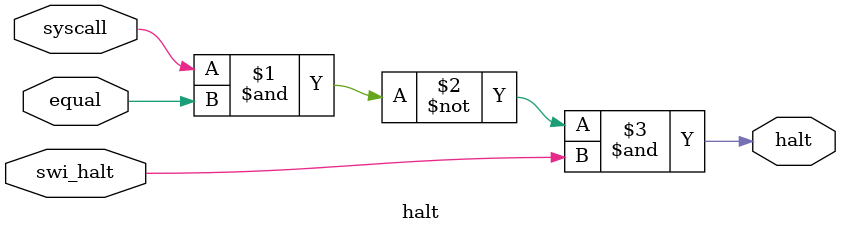
<source format=v>
module halt(
    syscall,equal,swi_halt,halt
    );
    input syscall,equal,swi_halt;
    output halt;
    assign halt = (~(syscall & equal )) & swi_halt;
endmodule

</source>
